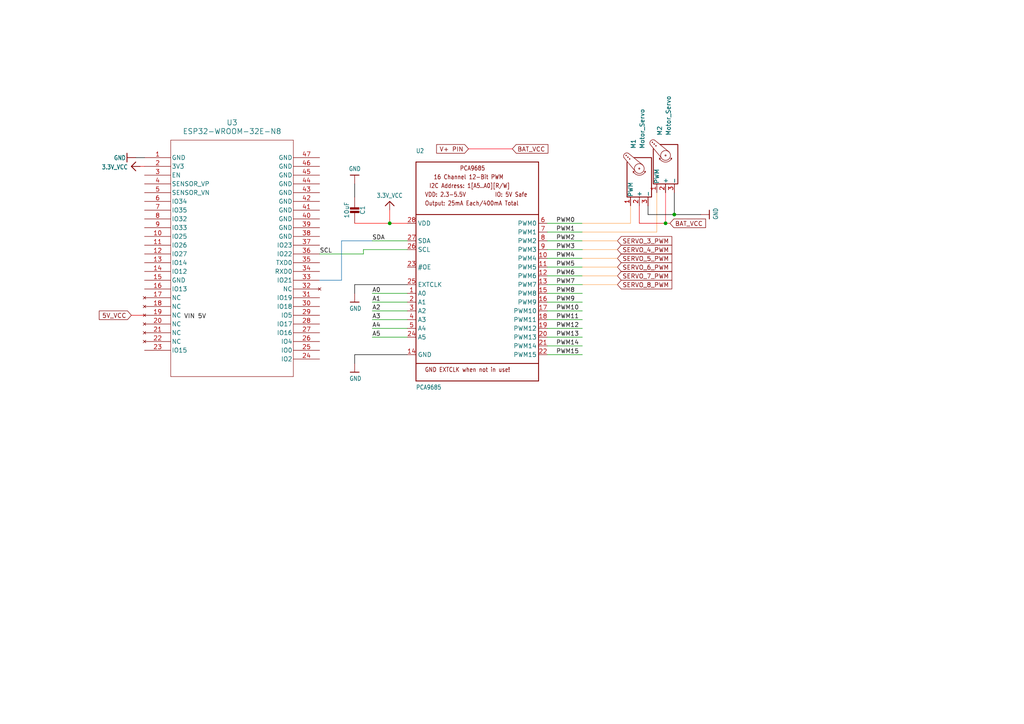
<source format=kicad_sch>
(kicad_sch (version 20231120) (generator "eeschema") (generator_version "8.0")
  (paper "A4")
  (lib_symbols
    (symbol "Adafruit PCA9685 rev C-eagle-import:microbuilder_CAP_CERAMIC0805-NOOUTLINE"
      (property "Reference" "C" (at -2.29 1.25 90))
      (symbol "microbuilder_CAP_CERAMIC0805-NOOUTLINE_1_0"
        (rectangle (start -1.27 0.508) (end 1.27 1.016) (fill (type outline)))
        (rectangle (start -1.27 1.524) (end 1.27 2.032) (fill (type outline)))
        (polyline (pts (xy 0 0.762) (xy 0 0)) (stroke (width 0.1524)))
        (polyline (pts (xy 0 2.54) (xy 0 1.778)) (stroke (width 0.1524)))
        (pin passive line (at 0 5.08 270) (length 2.54) (name "1") (number "1"))
        (pin passive line (at 0 -2.54 90) (length 2.54) (name "2") (number "2"))
      )
    )
    (symbol "Adafruit PCA9685 rev C-eagle-import:microbuilder_GND" (power)
      (symbol "microbuilder_GND_1_0"
        (polyline (pts (xy -1.27 0) (xy 1.27 0)) (stroke (width 0.254)))
        (pin power_in line (at 0 2.54 270) (length 2.54) (name "GND") (number "1"))
      )
    )
    (symbol "Adafruit PCA9685 rev C-eagle-import:microbuilder_PCA9685"
      (property "Reference" "U" (at -17.78 35.56 0))
      (symbol "microbuilder_PCA9685_1_0"
        (polyline (pts (xy -17.78 -30.48) (xy -17.78 -25.4)) (stroke (width 0.254)))
        (polyline (pts (xy -17.78 -25.4) (xy -17.78 17.78)) (stroke (width 0.254)))
        (polyline (pts (xy -17.78 -25.4) (xy 17.78 -25.4)) (stroke (width 0.254)))
        (polyline (pts (xy -17.78 17.78) (xy -17.78 33.02)) (stroke (width 0.254)))
        (polyline (pts (xy -17.78 17.78) (xy 17.78 17.78)) (stroke (width 0.254)))
        (polyline (pts (xy -17.78 33.02) (xy 17.78 33.02)) (stroke (width 0.254)))
        (polyline (pts (xy 17.78 -30.48) (xy -17.78 -30.48)) (stroke (width 0.254)))
        (polyline (pts (xy 17.78 17.78) (xy 17.78 -30.48)) (stroke (width 0.254)))
        (polyline (pts (xy 17.78 17.78) (xy 17.78 33.02)) (stroke (width 0.254)))
        (text "16 Channel 12-Bit PWM" (at -12.7 27.94 0) (effects (font (size 1.27 1.0795)) (justify left bottom)))
        (text "GND EXTCLK when not in use!" (at -15.24 -27.94 0) (effects (font (size 1.27 1.0795)) (justify left bottom)))
        (text "I2C Address: 1[A5..A0][R/W]" (at -13.97 25.4 0) (effects (font (size 1.27 1.0795)) (justify left bottom)))
        (text "IO: 5V Safe" (at 5.08 22.86 0) (effects (font (size 1.27 1.0795)) (justify left bottom)))
        (text "Output: 25mA Each/400mA Total" (at -15.24 20.32 0) (effects (font (size 1.27 1.0795)) (justify left bottom)))
        (text "PCA9685" (at -5.08 30.48 0) (effects (font (size 1.27 1.0795)) (justify left bottom)))
        (text "VDD: 2.3-5.5V" (at -15.24 22.86 0) (effects (font (size 1.27 1.0795)) (justify left bottom)))
        (pin bidirectional line (at -20.32 -5.08 0) (length 2.54) (name "A0") (number "1"))
        (pin output line (at 20.32 5.08 180) (length 2.54) (name "PWM4") (number "10"))
        (pin output line (at 20.32 2.54 180) (length 2.54) (name "PWM5") (number "11"))
        (pin output line (at 20.32 0 180) (length 2.54) (name "PWM6") (number "12"))
        (pin output line (at 20.32 -2.54 180) (length 2.54) (name "PWM7") (number "13"))
        (pin power_in line (at -20.32 -22.86 0) (length 2.54) (name "GND") (number "14"))
        (pin output line (at 20.32 -5.08 180) (length 2.54) (name "PWM8") (number "15"))
        (pin output line (at 20.32 -7.62 180) (length 2.54) (name "PWM9") (number "16"))
        (pin output line (at 20.32 -10.16 180) (length 2.54) (name "PWM10") (number "17"))
        (pin output line (at 20.32 -12.7 180) (length 2.54) (name "PWM11") (number "18"))
        (pin output line (at 20.32 -15.24 180) (length 2.54) (name "PWM12") (number "19"))
        (pin bidirectional line (at -20.32 -7.62 0) (length 2.54) (name "A1") (number "2"))
        (pin output line (at 20.32 -17.78 180) (length 2.54) (name "PWM13") (number "20"))
        (pin output line (at 20.32 -20.32 180) (length 2.54) (name "PWM14") (number "21"))
        (pin output line (at 20.32 -22.86 180) (length 2.54) (name "PWM15") (number "22"))
        (pin input line (at -20.32 2.54 0) (length 2.54) (name "#OE") (number "23"))
        (pin bidirectional line (at -20.32 -17.78 0) (length 2.54) (name "A5") (number "24"))
        (pin input line (at -20.32 -2.54 0) (length 2.54) (name "EXTCLK") (number "25"))
        (pin bidirectional line (at -20.32 7.62 0) (length 2.54) (name "SCL") (number "26"))
        (pin bidirectional line (at -20.32 10.16 0) (length 2.54) (name "SDA") (number "27"))
        (pin power_in line (at -20.32 15.24 0) (length 2.54) (name "VDD") (number "28"))
        (pin bidirectional line (at -20.32 -10.16 0) (length 2.54) (name "A2") (number "3"))
        (pin bidirectional line (at -20.32 -12.7 0) (length 2.54) (name "A3") (number "4"))
        (pin bidirectional line (at -20.32 -15.24 0) (length 2.54) (name "A4") (number "5"))
        (pin output line (at 20.32 15.24 180) (length 2.54) (name "PWM0") (number "6"))
        (pin output line (at 20.32 12.7 180) (length 2.54) (name "PWM1") (number "7"))
        (pin output line (at 20.32 10.16 180) (length 2.54) (name "PWM2") (number "8"))
        (pin output line (at 20.32 7.62 180) (length 2.54) (name "PWM3") (number "9"))
      )
    )
    (symbol "Adafruit PCA9685 rev C-eagle-import:microbuilder_VCC" (power)
      (symbol "microbuilder_VCC_1_0"
        (polyline (pts (xy -1.27 -1.27) (xy 0 0)) (stroke (width 0.254)))
        (polyline (pts (xy 0 0) (xy 1.27 -1.27)) (stroke (width 0.254)))
        (pin power_in line (at 0 -2.54 90) (length 2.54) (name "VCC") (number "1"))
      )
    )
    (symbol "Motor:Motor_Servo" (pin_names (offset 0.0254))
      (property "Reference" "M" (at -5.08 4.445 0))
      (property "Value" "Motor_Servo" (at -5.08 -4.064 0))
      (symbol "Motor_Servo_0_1"
        (polyline (pts (xy 2.413 -1.778) (xy 2.032 -1.778)))
        (polyline (pts (xy 2.413 -1.778) (xy 2.286 -1.397)))
        (polyline (pts (xy 2.413 1.778) (xy 1.905 1.778)))
        (polyline (pts (xy 2.413 1.778) (xy 2.286 1.397)))
        (polyline (pts (xy 6.35 4.445) (xy 2.54 1.27)))
        (polyline (pts (xy 7.62 3.175) (xy 4.191 -1.016)))
        (polyline (pts (xy 5.08 3.556) (xy -5.08 3.556) (xy -5.08 -3.556) (xy 6.35 -3.556) (xy 6.35 1.524)) (stroke (width 0.254)))
        (arc (start 2.413 1.778) (mid 1.2406 0) (end 2.413 -1.778))
        (circle (center 3.175 0) (radius 0.1778))
        (circle (center 3.175 0) (radius 1.4224))
        (circle (center 5.969 2.794) (radius 0.127))
        (circle (center 6.477 3.302) (radius 0.127))
        (circle (center 6.985 3.81) (radius 0.127))
        (arc (start 7.62 3.175) (mid 7.4485 4.2735) (end 6.35 4.445))
      )
      (symbol "Motor_Servo_1_1"
        (pin passive line (at -7.62 2.54 0) (length 2.54) (name "PWM") (number "1"))
        (pin passive line (at -7.62 0 0) (length 2.54) (name "+") (number "2"))
        (pin passive line (at -7.62 -2.54 0) (length 2.54) (name "-") (number "3"))
      )
    )
    (symbol "Symbol_Library:ESP32-WROOM-32E-N8" (pin_names (offset 0.254))
      (property "Reference" "U" (at 25.4 10.16 0))
      (property "Value" "ESP32-WROOM-32E-N8" (at 25.4 7.62 0))
      (symbol "ESP32-WROOM-32E-N8_0_1"
        (polyline (pts (xy 7.62 -63.5) (xy 43.18 -63.5)) (stroke (width 0.127)))
        (polyline (pts (xy 7.62 5.08) (xy 7.62 -63.5)) (stroke (width 0.127)))
        (polyline (pts (xy 43.18 -63.5) (xy 43.18 5.08)) (stroke (width 0.127)))
        (polyline (pts (xy 43.18 5.08) (xy 7.62 5.08)) (stroke (width 0.127)))
        (pin power_out line (at 0 0 0) (length 7.62) (name "GND") (number "1"))
        (pin bidirectional line (at 0 -22.86 0) (length 7.62) (name "IO25") (number "10"))
        (pin bidirectional line (at 0 -25.4 0) (length 7.62) (name "IO26") (number "11"))
        (pin bidirectional line (at 0 -27.94 0) (length 7.62) (name "IO27") (number "12"))
        (pin bidirectional line (at 0 -30.48 0) (length 7.62) (name "IO14") (number "13"))
        (pin bidirectional line (at 0 -33.02 0) (length 7.62) (name "IO12") (number "14"))
        (pin power_out line (at 0 -35.56 0) (length 7.62) (name "GND") (number "15"))
        (pin bidirectional line (at 0 -38.1 0) (length 7.62) (name "IO13") (number "16"))
        (pin no_connect line (at 0 -40.64 0) (length 7.62) (name "NC") (number "17"))
        (pin no_connect line (at 0 -43.18 0) (length 7.62) (name "NC") (number "18"))
        (pin no_connect line (at 0 -45.72 0) (length 7.62) (name "NC") (number "19"))
        (pin power_in line (at 0 -2.54 0) (length 7.62) (name "3V3") (number "2"))
        (pin no_connect line (at 0 -48.26 0) (length 7.62) (name "NC") (number "20"))
        (pin no_connect line (at 0 -50.8 0) (length 7.62) (name "NC") (number "21"))
        (pin no_connect line (at 0 -53.34 0) (length 7.62) (name "NC") (number "22"))
        (pin bidirectional line (at 0 -55.88 0) (length 7.62) (name "IO15") (number "23"))
        (pin bidirectional line (at 50.8 -58.42 180) (length 7.62) (name "IO2") (number "24"))
        (pin bidirectional line (at 50.8 -55.88 180) (length 7.62) (name "IO0") (number "25"))
        (pin bidirectional line (at 50.8 -53.34 180) (length 7.62) (name "IO4") (number "26"))
        (pin bidirectional line (at 50.8 -50.8 180) (length 7.62) (name "IO16") (number "27"))
        (pin bidirectional line (at 50.8 -48.26 180) (length 7.62) (name "IO17") (number "28"))
        (pin bidirectional line (at 50.8 -45.72 180) (length 7.62) (name "IO5") (number "29"))
        (pin input line (at 0 -5.08 0) (length 7.62) (name "EN") (number "3"))
        (pin bidirectional line (at 50.8 -43.18 180) (length 7.62) (name "IO18") (number "30"))
        (pin bidirectional line (at 50.8 -40.64 180) (length 7.62) (name "IO19") (number "31"))
        (pin no_connect line (at 50.8 -38.1 180) (length 7.62) (name "NC") (number "32"))
        (pin bidirectional line (at 50.8 -35.56 180) (length 7.62) (name "IO21") (number "33"))
        (pin bidirectional line (at 50.8 -33.02 180) (length 7.62) (name "RXD0") (number "34"))
        (pin bidirectional line (at 50.8 -30.48 180) (length 7.62) (name "TXD0") (number "35"))
        (pin bidirectional line (at 50.8 -27.94 180) (length 7.62) (name "IO22") (number "36"))
        (pin bidirectional line (at 50.8 -25.4 180) (length 7.62) (name "IO23") (number "37"))
        (pin power_out line (at 50.8 -22.86 180) (length 7.62) (name "GND") (number "38"))
        (pin power_out line (at 50.8 -20.32 180) (length 7.62) (name "GND") (number "39"))
        (pin input line (at 0 -7.62 0) (length 7.62) (name "SENSOR_VP") (number "4"))
        (pin power_out line (at 50.8 -17.78 180) (length 7.62) (name "GND") (number "40"))
        (pin power_out line (at 50.8 -15.24 180) (length 7.62) (name "GND") (number "41"))
        (pin power_out line (at 50.8 -12.7 180) (length 7.62) (name "GND") (number "42"))
        (pin power_out line (at 50.8 -10.16 180) (length 7.62) (name "GND") (number "43"))
        (pin power_out line (at 50.8 -7.62 180) (length 7.62) (name "GND") (number "44"))
        (pin power_out line (at 50.8 -5.08 180) (length 7.62) (name "GND") (number "45"))
        (pin power_out line (at 50.8 -2.54 180) (length 7.62) (name "GND") (number "46"))
        (pin power_out line (at 50.8 0 180) (length 7.62) (name "GND") (number "47"))
        (pin input line (at 0 -10.16 0) (length 7.62) (name "SENSOR_VN") (number "5"))
        (pin input line (at 0 -12.7 0) (length 7.62) (name "IO34") (number "6"))
        (pin input line (at 0 -15.24 0) (length 7.62) (name "IO35") (number "7"))
        (pin bidirectional line (at 0 -17.78 0) (length 7.62) (name "IO32") (number "8"))
        (pin bidirectional line (at 0 -20.32 0) (length 7.62) (name "IO33") (number "9"))
      )
    )
  )
  (junction (at 113.03 64.77))
  (junction (at 195.58 62.23))
  (junction (at 193.04 64.77))
  (wire (pts (xy 193.04 55.88) (xy 193.04 64.77)) (stroke (width 0) (color 255 31 47 1)))
  (wire (pts (xy 195.58 62.23) (xy 203.2 62.23)) (stroke (width 0) (color 0 0 0 1)))
  (wire (pts (xy 105.41 73.66) (xy 105.41 72.39)) (stroke (width 0.1524)))
  (wire (pts (xy 166.37 67.31) (xy 168.91 67.31)))
  (wire (pts (xy 113.03 64.77) (xy 118.11 64.77)) (stroke (width 0.1524) (color 255 8 0 1)))
  (wire (pts (xy 118.11 95.25) (xy 107.95 95.25)) (stroke (width 0.1524)))
  (wire (pts (xy 158.75 95.25) (xy 168.91 95.25)) (stroke (width 0.1524)))
  (wire (pts (xy 105.41 72.39) (xy 118.11 72.39)) (stroke (width 0.1524)))
  (wire (pts (xy 38.1 91.44) (xy 41.91 91.44)) (stroke (width 0) (color 225 0 0 1)))
  (wire (pts (xy 158.75 64.77) (xy 166.37 64.77)) (stroke (width 0.1524)))
  (wire (pts (xy 158.75 74.93) (xy 168.91 74.93)) (stroke (width 0.1524)))
  (wire (pts (xy 168.91 77.47) (xy 179.07 77.47)) (stroke (width 0) (color 255 169 92 1)))
  (wire (pts (xy 168.91 74.93) (xy 179.07 74.93)) (stroke (width 0) (color 255 169 92 1)))
  (wire (pts (xy 99.06 69.85) (xy 99.06 81.28)) (stroke (width 0) (color 18 110 171 1)))
  (wire (pts (xy 158.75 82.55) (xy 168.91 82.55)) (stroke (width 0.1524)))
  (wire (pts (xy 118.11 90.17) (xy 107.95 90.17)) (stroke (width 0.1524)))
  (wire (pts (xy 148.59 43.18) (xy 135.89 43.18)) (stroke (width 0) (color 255 7 30 1)))
  (wire (pts (xy 185.42 64.77) (xy 193.04 64.77)) (stroke (width 0) (color 225 0 0 1)))
  (wire (pts (xy 99.06 69.85) (xy 107.95 69.85)) (stroke (width 0) (color 18 110 171 1)))
  (wire (pts (xy 158.75 97.79) (xy 168.91 97.79)) (stroke (width 0.1524)))
  (wire (pts (xy 168.91 82.55) (xy 179.07 82.55)) (stroke (width 0) (color 255 169 92 1)))
  (wire (pts (xy 168.91 69.85) (xy 179.07 69.85)) (stroke (width 0) (color 255 169 92 1)))
  (wire (pts (xy 102.87 64.77) (xy 113.03 64.77)) (stroke (width 0.1524) (color 255 8 0 1)))
  (wire (pts (xy 168.91 80.01) (xy 179.07 80.01)) (stroke (width 0) (color 255 169 92 1)))
  (wire (pts (xy 158.75 69.85) (xy 168.91 69.85)) (stroke (width 0.1524)))
  (wire (pts (xy 92.71 73.66) (xy 105.41 73.66)) (stroke (width 0.1524)))
  (wire (pts (xy 168.91 67.31) (xy 190.5 67.31)) (stroke (width 0) (color 255 169 92 1)))
  (wire (pts (xy 158.75 67.31) (xy 166.37 67.31)) (stroke (width 0.1524)))
  (wire (pts (xy 190.5 67.31) (xy 190.5 55.88)) (stroke (width 0) (color 255 169 92 1)))
  (wire (pts (xy 195.58 55.88) (xy 195.58 62.23)) (stroke (width 0) (color 0 0 0 1)))
  (wire (pts (xy 39.37 45.72) (xy 41.91 45.72)) (stroke (width 0) (color 0 0 0 1)))
  (wire (pts (xy 158.75 72.39) (xy 168.91 72.39)) (stroke (width 0.1524)))
  (wire (pts (xy 102.87 102.87) (xy 102.87 105.41)) (stroke (width 0.1524) (color 5 5 5 1)))
  (wire (pts (xy 158.75 100.33) (xy 168.91 100.33)) (stroke (width 0.1524)))
  (wire (pts (xy 168.91 72.39) (xy 179.07 72.39)) (stroke (width 0) (color 255 169 92 1)))
  (wire (pts (xy 40.64 48.26) (xy 41.91 48.26)) (stroke (width 0) (color 225 0 0 1)))
  (wire (pts (xy 113.03 60.96) (xy 113.03 64.77)) (stroke (width 0.1524) (color 255 8 0 1)))
  (wire (pts (xy 158.75 102.87) (xy 168.91 102.87)) (stroke (width 0.1524)))
  (wire (pts (xy 158.75 77.47) (xy 168.91 77.47)) (stroke (width 0.1524)))
  (wire (pts (xy 187.96 59.69) (xy 187.96 62.23)) (stroke (width 0) (color 0 0 0 1)))
  (wire (pts (xy 166.37 64.77) (xy 168.91 64.77)))
  (wire (pts (xy 118.11 85.09) (xy 107.95 85.09)) (stroke (width 0.1524)))
  (wire (pts (xy 158.75 90.17) (xy 168.91 90.17)) (stroke (width 0.1524)))
  (wire (pts (xy 118.11 102.87) (xy 102.87 102.87)) (stroke (width 0.1524) (color 5 5 5 1)))
  (wire (pts (xy 182.88 64.77) (xy 182.88 59.69)) (stroke (width 0) (color 255 169 92 1)))
  (wire (pts (xy 102.87 53.34) (xy 102.87 57.15)) (stroke (width 0) (color 0 0 0 1)))
  (wire (pts (xy 158.75 92.71) (xy 168.91 92.71)) (stroke (width 0.1524)))
  (wire (pts (xy 102.87 82.55) (xy 102.87 85.09)) (stroke (width 0.1524) (color 0 0 0 1)))
  (wire (pts (xy 92.71 81.28) (xy 99.06 81.28)) (stroke (width 0) (color 18 110 171 1)))
  (wire (pts (xy 158.75 80.01) (xy 168.91 80.01)) (stroke (width 0.1524)))
  (wire (pts (xy 118.11 92.71) (xy 107.95 92.71)) (stroke (width 0.1524)))
  (wire (pts (xy 158.75 87.63) (xy 168.91 87.63)) (stroke (width 0.1524)))
  (wire (pts (xy 158.75 85.09) (xy 168.91 85.09)) (stroke (width 0.1524)))
  (wire (pts (xy 118.11 69.85) (xy 107.95 69.85)) (stroke (width 0.1524)))
  (wire (pts (xy 118.11 87.63) (xy 107.95 87.63)) (stroke (width 0.1524)))
  (wire (pts (xy 168.91 64.77) (xy 182.88 64.77)) (stroke (width 0) (color 255 169 92 1)))
  (wire (pts (xy 193.04 64.77) (xy 194.31 64.77)) (stroke (width 0) (color 255 31 47 1)))
  (wire (pts (xy 118.11 82.55) (xy 102.87 82.55)) (stroke (width 0.1524) (color 0 0 0 1)))
  (wire (pts (xy 118.11 97.79) (xy 107.95 97.79)) (stroke (width 0.1524)))
  (wire (pts (xy 187.96 62.23) (xy 195.58 62.23)) (stroke (width 0) (color 0 0 0 1)))
  (wire (pts (xy 185.42 59.69) (xy 185.42 64.77)) (stroke (width 0) (color 225 0 0 1)))
  (label "A0" (at 107.95 85.09 0) (effects (font (size 1.2446 1.2446))))
  (label "PWM8" (at 161.29 85.09 0) (effects (font (size 1.2446 1.2446))))
  (label "PWM10" (at 161.29 90.17 0) (effects (font (size 1.2446 1.2446))))
  (label "PWM14" (at 161.29 100.33 0) (effects (font (size 1.2446 1.2446))))
  (label "VIN 5V" (at 53.34 92.71 0))
  (label "A4" (at 107.95 95.25 0) (effects (font (size 1.2446 1.2446))))
  (label "A5" (at 107.95 97.79 0) (effects (font (size 1.2446 1.2446))))
  (label "A2" (at 107.95 90.17 0) (effects (font (size 1.2446 1.2446))))
  (label "PWM1" (at 161.29 67.31 0) (effects (font (size 1.2446 1.2446))))
  (label "PWM12" (at 161.29 95.25 0) (effects (font (size 1.2446 1.2446))))
  (label "SDA" (at 107.95 69.85 0) (effects (font (size 1.2446 1.2446))))
  (label "PWM6" (at 161.29 80.01 0) (effects (font (size 1.2446 1.2446))))
  (label "PWM11" (at 161.29 92.71 0) (effects (font (size 1.2446 1.2446))))
  (label "PWM0" (at 161.29 64.77 0) (effects (font (size 1.2446 1.2446))))
  (label "A3" (at 107.95 92.71 0) (effects (font (size 1.2446 1.2446))))
  (label "PWM9" (at 161.29 87.63 0) (effects (font (size 1.2446 1.2446))))
  (label "PWM3" (at 161.29 72.39 0) (effects (font (size 1.2446 1.2446))))
  (label "PWM2" (at 161.29 69.85 0) (effects (font (size 1.2446 1.2446))))
  (label "PWM5" (at 161.29 77.47 0) (effects (font (size 1.2446 1.2446))))
  (label "PWM4" (at 161.29 74.93 0) (effects (font (size 1.2446 1.2446))))
  (label "A1" (at 107.95 87.63 0) (effects (font (size 1.2446 1.2446))))
  (label "PWM7" (at 161.29 82.55 0) (effects (font (size 1.2446 1.2446))))
  (label "PWM13" (at 161.29 97.79 0) (effects (font (size 1.2446 1.2446))))
  (label "PWM15" (at 161.29 102.87 0) (effects (font (size 1.2446 1.2446))))
  (label "SCL" (at 92.71 73.66 0) (effects (font (size 1.2446 1.2446))))
  (global_label "SERVO_5_PWM" (shape input) (at 179.07 74.93 0) (property "Intersheetrefs" "${INTERSHEET_REFS}" (effects (hide yes))))
  (global_label "BAT_VCC" (shape input) (at 194.31 64.77 0) (property "Intersheetrefs" "${INTERSHEET_REFS}" (effects (hide yes))))
  (global_label "SERVO_4_PWM" (shape input) (at 179.07 72.39 0) (property "Intersheetrefs" "${INTERSHEET_REFS}" (effects (hide yes))))
  (global_label "BAT_VCC" (shape input) (at 148.59 43.18 0) (property "Intersheetrefs" "${INTERSHEET_REFS}" (effects (hide yes))))
  (global_label "SERVO_8_PWM" (shape input) (at 179.07 82.55 0) (property "Intersheetrefs" "${INTERSHEET_REFS}" (effects (hide yes))))
  (global_label "5V_VCC" (shape input) (at 38.1 91.44 180) (property "Intersheetrefs" "${INTERSHEET_REFS}" (effects (hide yes))))
  (global_label "SERVO_6_PWM" (shape input) (at 179.07 77.47 0) (property "Intersheetrefs" "${INTERSHEET_REFS}" (effects (hide yes))))
  (global_label "SERVO_3_PWM" (shape input) (at 179.07 69.85 0) (property "Intersheetrefs" "${INTERSHEET_REFS}" (effects (hide yes))))
  (global_label "V+ PIN" (shape input) (at 135.89 43.18 180) (property "Intersheetrefs" "${INTERSHEET_REFS}" (effects (hide yes))))
  (global_label "SERVO_7_PWM" (shape input) (at 179.07 80.01 0) (property "Intersheetrefs" "${INTERSHEET_REFS}" (effects (hide yes))))
  (symbol (lib_id "Adafruit PCA9685 rev C-eagle-import:microbuilder_CAP_CERAMIC0805-NOOUTLINE") (at 102.87 59.69 180) (unit 1)
    (property "Reference" "C1" (at 105.16 60.94 90))
    (property "Value" "10uF" (at 100.57 60.94 90))
    (property "Footprint" "Adafruit PCA9685 rev C:0805-NO" (effects (hide yes)))
  )
  (symbol (lib_id "Adafruit PCA9685 rev C-eagle-import:microbuilder_VCC") (at 113.03 58.42 0) (unit 1)
    (property "Reference" "#P+05" (effects (hide yes)))
    (property "Value" "3.3V_VCC" (at 109.22 57.404 0) (effects (font (size 1.27 1.0795)) (justify left bottom)))
  )
  (symbol (lib_id "Adafruit PCA9685 rev C-eagle-import:microbuilder_PCA9685") (at 138.43 80.01 0) (unit 1)
    (property "Reference" "U2" (at 120.65 44.45 0) (effects (font (size 1.27 1.0795)) (justify left bottom)))
    (property "Value" "PCA9685" (at 120.65 113.03 0) (effects (font (size 1.27 1.0795)) (justify left bottom)))
    (property "Footprint" "Adafruit PCA9685 rev C:TSSOP28" (effects (hide yes)))
  )
  (symbol (lib_id "Motor:Motor_Servo") (at 185.42 52.07 90) (unit 1)
    (property "Reference" "M1" (at 183.7165 43.18 0) (effects (justify left)))
    (property "Value" "Motor_Servo" (at 186.2565 43.18 0) (effects (justify left)))
    (property "Datasheet" "http://forums.parallax.com/uploads/attachments/46831/74481.png" (effects (hide yes)))
    (property "Description" "Servo Motor (Futaba, HiTec, JR connector)" (effects (hide yes)))
  )
  (symbol (lib_id "Adafruit PCA9685 rev C-eagle-import:microbuilder_GND") (at 102.87 87.63 0) (unit 1)
    (property "Reference" "#U$03" (effects (hide yes)))
    (property "Value" "GND" (at 101.346 90.17 0) (effects (font (size 1.27 1.0795)) (justify left bottom)))
  )
  (symbol (lib_id "Adafruit PCA9685 rev C-eagle-import:microbuilder_GND") (at 205.74 62.23 90) (unit 1)
    (property "Reference" "#U$09" (effects (hide yes)))
    (property "Value" "GND" (at 208.28 63.754 0) (effects (font (size 1.27 1.0795)) (justify left bottom)))
  )
  (symbol (lib_id "Adafruit PCA9685 rev C-eagle-import:microbuilder_VCC") (at 38.1 48.26 90) (unit 1)
    (property "Reference" "#P+01" (effects (hide yes)))
    (property "Value" "3.3V_VCC" (at 37.084 47.752 90) (effects (font (size 1.27 1.0795)) (justify left bottom)))
  )
  (symbol (lib_id "Adafruit PCA9685 rev C-eagle-import:microbuilder_GND") (at 102.87 107.95 0) (unit 1)
    (property "Reference" "#U$05" (effects (hide yes)))
    (property "Value" "GND" (at 101.346 110.49 0) (effects (font (size 1.27 1.0795)) (justify left bottom)))
  )
  (symbol (lib_id "Adafruit PCA9685 rev C-eagle-import:microbuilder_GND") (at 36.83 45.72 270) (unit 1)
    (property "Reference" "#U$01" (effects (hide yes)))
    (property "Value" "GND" (at 33.02 46.482 90) (effects (font (size 1.27 1.0795)) (justify left bottom)))
  )
  (symbol (lib_id "Adafruit PCA9685 rev C-eagle-import:microbuilder_GND") (at 102.87 50.8 180) (unit 1)
    (property "Reference" "#U$02" (effects (hide yes)))
    (property "Value" "GND" (at 104.648 48.26 0) (effects (font (size 1.27 1.0795)) (justify left bottom)))
  )
  (symbol (lib_id "Symbol_Library:ESP32-WROOM-32E-N8") (at 41.91 45.72 0) (unit 1)
    (property "Reference" "U3" (at 67.31 35.56 0) (effects (font (size 1.524 1.524))))
    (property "Value" "ESP32-WROOM-32E-N8" (at 67.31 38.1 0) (effects (font (size 1.524 1.524))))
    (property "Footprint" "ESP:ESP32­WROOM­32E_EXP" (effects (hide yes)))
    (property "Datasheet" "ESP32-WROOM-32E-N8" (effects (hide yes)))
  )
  (symbol (lib_id "Motor:Motor_Servo") (at 193.04 48.26 90) (unit 1)
    (property "Reference" "M2" (at 191.3365 39.37 0) (effects (justify left)))
    (property "Value" "Motor_Servo" (at 193.8765 39.37 0) (effects (justify left)))
    (property "Datasheet" "http://forums.parallax.com/uploads/attachments/46831/74481.png" (effects (hide yes)))
    (property "Description" "Servo Motor (Futaba, HiTec, JR connector)" (effects (hide yes)))
  )
)
</source>
